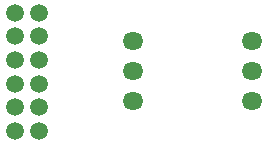
<source format=gbl>
G04*
G04 #@! TF.GenerationSoftware,Altium Limited,Altium Designer,22.11.1 (43)*
G04*
G04 Layer_Physical_Order=2*
G04 Layer_Color=16711680*
%FSLAX23Y23*%
%MOIN*%
G70*
G04*
G04 #@! TF.SameCoordinates,F1E3784D-8C2B-4C05-8135-D49735668F0E*
G04*
G04*
G04 #@! TF.FilePolarity,Positive*
G04*
G01*
G75*
%ADD12O,0.069X0.059*%
%ADD13C,0.059*%
D12*
X2457Y4474D02*
D03*
X2457Y4574D02*
D03*
X2457Y4374D02*
D03*
X2063Y4374D02*
D03*
X2063Y4574D02*
D03*
X2063Y4474D02*
D03*
D13*
X1748Y4669D02*
D03*
X1669Y4669D02*
D03*
X1748Y4590D02*
D03*
X1669Y4590D02*
D03*
X1748Y4511D02*
D03*
X1669Y4511D02*
D03*
X1748Y4432D02*
D03*
X1669Y4432D02*
D03*
X1748Y4354D02*
D03*
X1669Y4354D02*
D03*
X1748Y4275D02*
D03*
X1669Y4275D02*
D03*
M02*

</source>
